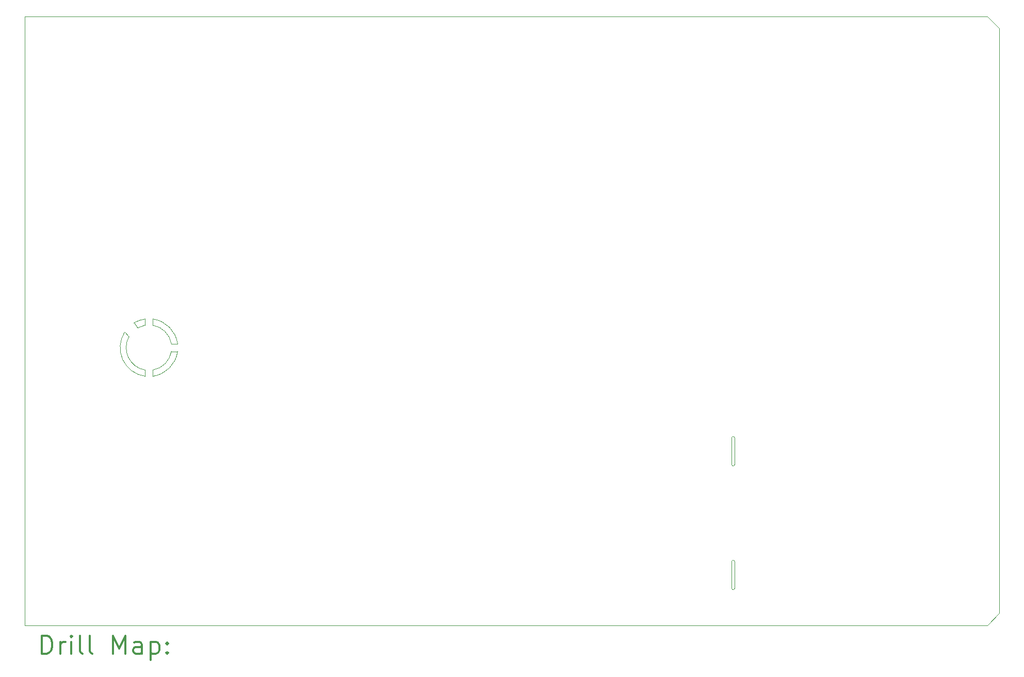
<source format=gbr>
%FSLAX45Y45*%
G04 Gerber Fmt 4.5, Leading zero omitted, Abs format (unit mm)*
G04 Created by KiCad (PCBNEW 5.1.5) date 2020-03-10 20:50:08*
%MOMM*%
%LPD*%
G04 APERTURE LIST*
%TA.AperFunction,Profile*%
%ADD10C,0.050000*%
%TD*%
%ADD11C,0.200000*%
%ADD12C,0.300000*%
G04 APERTURE END LIST*
D10*
X18656300Y-14389100D02*
G75*
G02X18605500Y-14389100I-25400J0D01*
G01*
X18656300Y-13957300D02*
X18656300Y-14389100D01*
X18605500Y-13957300D02*
X18605500Y-14389100D01*
X18605500Y-13957300D02*
G75*
G02X18656300Y-13957300I25400J0D01*
G01*
X18605500Y-11925300D02*
G75*
G02X18656300Y-11925300I25400J0D01*
G01*
X18656300Y-12357100D02*
G75*
G02X18605500Y-12357100I-25400J0D01*
G01*
X18656300Y-11925300D02*
X18656300Y-12357100D01*
X18605500Y-11925300D02*
X18605500Y-12357100D01*
X8712420Y-10260326D02*
X8642350Y-10185400D01*
X8859276Y-10112013D02*
X8794485Y-10033205D01*
X8978900Y-10071100D02*
X8978900Y-9969500D01*
X8859276Y-10112013D02*
G75*
G02X8978900Y-10071100I183124J-340087D01*
G01*
X8794485Y-10033205D02*
G75*
G02X8978900Y-9969500I247915J-418895D01*
G01*
X9105900Y-10071100D02*
X9105900Y-9969500D01*
X9410700Y-10375900D02*
X9512300Y-10375900D01*
X9410700Y-10502900D02*
X9512300Y-10502900D01*
X9105900Y-10909300D02*
X9105900Y-10807700D01*
X8978900Y-10909300D02*
X8978900Y-10807700D01*
X8978940Y-10909300D02*
G75*
G02X8642350Y-10185695I63460J469605D01*
G01*
X9105900Y-9969500D02*
G75*
G02X9512300Y-10375900I-63500J-469900D01*
G01*
X9512300Y-10502900D02*
G75*
G02X9105900Y-10909300I-469900J63500D01*
G01*
X8978900Y-10807700D02*
G75*
G02X8712420Y-10260326I63720J369574D01*
G01*
X9105900Y-10071100D02*
G75*
G02X9410700Y-10375900I-63500J-368300D01*
G01*
X9410700Y-10502900D02*
G75*
G02X9105900Y-10807700I-368300J63500D01*
G01*
X23000000Y-5200000D02*
X22800000Y-5000000D01*
X22800000Y-15000000D02*
X23000000Y-14800000D01*
X7000000Y-15000000D02*
X7000000Y-5000000D01*
X22800000Y-15000000D02*
X7000000Y-15000000D01*
X23000000Y-5200000D02*
X23000000Y-14800000D01*
X7000000Y-5000000D02*
X22800000Y-5000000D01*
D11*
D12*
X7283928Y-15468214D02*
X7283928Y-15168214D01*
X7355357Y-15168214D01*
X7398214Y-15182500D01*
X7426786Y-15211071D01*
X7441071Y-15239643D01*
X7455357Y-15296786D01*
X7455357Y-15339643D01*
X7441071Y-15396786D01*
X7426786Y-15425357D01*
X7398214Y-15453929D01*
X7355357Y-15468214D01*
X7283928Y-15468214D01*
X7583928Y-15468214D02*
X7583928Y-15268214D01*
X7583928Y-15325357D02*
X7598214Y-15296786D01*
X7612500Y-15282500D01*
X7641071Y-15268214D01*
X7669643Y-15268214D01*
X7769643Y-15468214D02*
X7769643Y-15268214D01*
X7769643Y-15168214D02*
X7755357Y-15182500D01*
X7769643Y-15196786D01*
X7783928Y-15182500D01*
X7769643Y-15168214D01*
X7769643Y-15196786D01*
X7955357Y-15468214D02*
X7926786Y-15453929D01*
X7912500Y-15425357D01*
X7912500Y-15168214D01*
X8112500Y-15468214D02*
X8083928Y-15453929D01*
X8069643Y-15425357D01*
X8069643Y-15168214D01*
X8455357Y-15468214D02*
X8455357Y-15168214D01*
X8555357Y-15382500D01*
X8655357Y-15168214D01*
X8655357Y-15468214D01*
X8926786Y-15468214D02*
X8926786Y-15311071D01*
X8912500Y-15282500D01*
X8883928Y-15268214D01*
X8826786Y-15268214D01*
X8798214Y-15282500D01*
X8926786Y-15453929D02*
X8898214Y-15468214D01*
X8826786Y-15468214D01*
X8798214Y-15453929D01*
X8783928Y-15425357D01*
X8783928Y-15396786D01*
X8798214Y-15368214D01*
X8826786Y-15353929D01*
X8898214Y-15353929D01*
X8926786Y-15339643D01*
X9069643Y-15268214D02*
X9069643Y-15568214D01*
X9069643Y-15282500D02*
X9098214Y-15268214D01*
X9155357Y-15268214D01*
X9183928Y-15282500D01*
X9198214Y-15296786D01*
X9212500Y-15325357D01*
X9212500Y-15411071D01*
X9198214Y-15439643D01*
X9183928Y-15453929D01*
X9155357Y-15468214D01*
X9098214Y-15468214D01*
X9069643Y-15453929D01*
X9341071Y-15439643D02*
X9355357Y-15453929D01*
X9341071Y-15468214D01*
X9326786Y-15453929D01*
X9341071Y-15439643D01*
X9341071Y-15468214D01*
X9341071Y-15282500D02*
X9355357Y-15296786D01*
X9341071Y-15311071D01*
X9326786Y-15296786D01*
X9341071Y-15282500D01*
X9341071Y-15311071D01*
M02*

</source>
